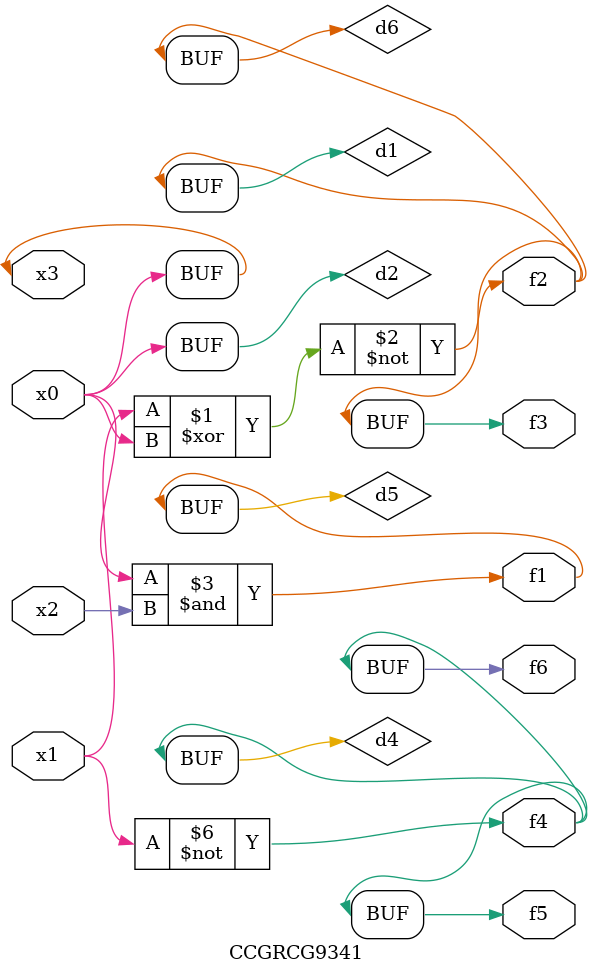
<source format=v>
module CCGRCG9341(
	input x0, x1, x2, x3,
	output f1, f2, f3, f4, f5, f6
);

	wire d1, d2, d3, d4, d5, d6;

	xnor (d1, x1, x3);
	buf (d2, x0, x3);
	nand (d3, x0, x2);
	not (d4, x1);
	nand (d5, d3);
	or (d6, d1);
	assign f1 = d5;
	assign f2 = d6;
	assign f3 = d6;
	assign f4 = d4;
	assign f5 = d4;
	assign f6 = d4;
endmodule

</source>
